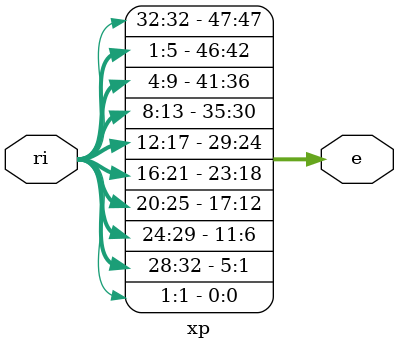
<source format=v>
module xp(
	ri                          ,
	e 
	);

input   [1:32]                          ri                          ;
output  [1:48]                          e                           ;

assign e[1]=ri[32]; 
assign e[2]=ri[1]; 
assign e[3]=ri[2];   
assign e[4]=ri[3]; 
assign e[5]=ri[4];
assign e[6]=ri[5];  
assign e[7]=ri[4];  
assign e[8]=ri[5];
assign e[9]=ri[6];  
assign e[10]=ri[7];  
assign e[11]=ri[8];  
assign e[12]=ri[9]; 
assign e[13]=ri[8];
assign e[14]=ri[9];  
assign e[15]=ri[10]; 
assign e[16]=ri[11];
assign e[17]=ri[12]; 
assign e[18]=ri[13]; 
assign e[19]=ri[12]; 
assign e[20]=ri[13];
assign e[21]=ri[14]; 
assign e[22]=ri[15]; 
assign e[23]=ri[16]; 
assign e[24]=ri[17];
assign e[25]=ri[16]; 
assign e[26]=ri[17]; 
assign e[27]=ri[18]; 
assign e[28]=ri[19];
assign e[29]=ri[20]; 
assign e[30]=ri[21]; 
assign e[31]=ri[20]; 
assign e[32]=ri[21];
assign e[33]=ri[22]; 
assign e[34]=ri[23]; 
assign e[35]=ri[24]; 
assign e[36]=ri[25];
assign e[37]=ri[24]; 
assign e[38]=ri[25]; 
assign e[39]=ri[26]; 
assign e[40]=ri[27];
assign e[41]=ri[28]; 
assign e[42]=ri[29]; 
assign e[43]=ri[28]; 
assign e[44]=ri[29];
assign e[45]=ri[30]; 
assign e[46]=ri[31]; 
assign e[47]=ri[32]; 
assign e[48]=ri[1];
	
endmodule
</source>
